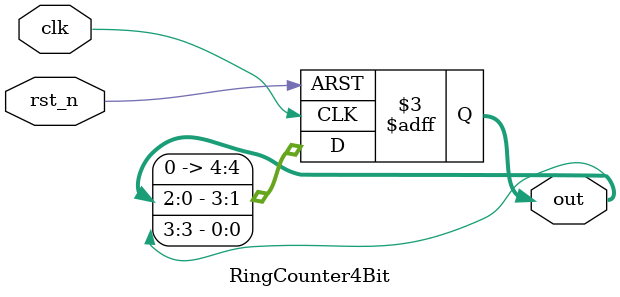
<source format=sv>
module RingCounter4Bit(input rst_n, clk,
                       output reg [4:0] out);

    always @(posedge clk, negedge rst_n) begin
        if (~rst_n) 
            out <= 4'b0001;
        else
            out <= {out[2:0], out[3]};
    end

endmodule
</source>
